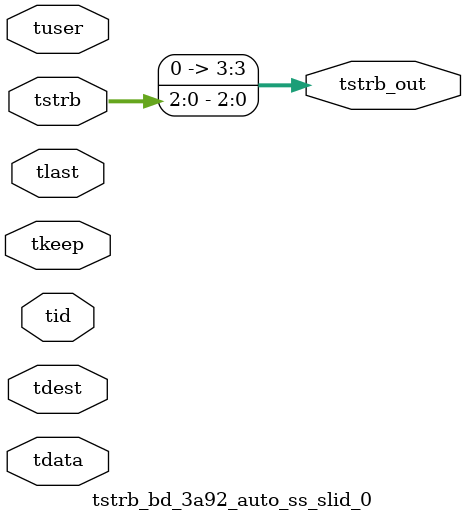
<source format=v>


`timescale 1ps/1ps

module tstrb_bd_3a92_auto_ss_slid_0 #
(
parameter C_S_AXIS_TDATA_WIDTH = 32,
parameter C_S_AXIS_TUSER_WIDTH = 0,
parameter C_S_AXIS_TID_WIDTH   = 0,
parameter C_S_AXIS_TDEST_WIDTH = 0,
parameter C_M_AXIS_TDATA_WIDTH = 32
)
(
input  [(C_S_AXIS_TDATA_WIDTH == 0 ? 1 : C_S_AXIS_TDATA_WIDTH)-1:0     ] tdata,
input  [(C_S_AXIS_TUSER_WIDTH == 0 ? 1 : C_S_AXIS_TUSER_WIDTH)-1:0     ] tuser,
input  [(C_S_AXIS_TID_WIDTH   == 0 ? 1 : C_S_AXIS_TID_WIDTH)-1:0       ] tid,
input  [(C_S_AXIS_TDEST_WIDTH == 0 ? 1 : C_S_AXIS_TDEST_WIDTH)-1:0     ] tdest,
input  [(C_S_AXIS_TDATA_WIDTH/8)-1:0 ] tkeep,
input  [(C_S_AXIS_TDATA_WIDTH/8)-1:0 ] tstrb,
input                                                                    tlast,
output [(C_M_AXIS_TDATA_WIDTH/8)-1:0 ] tstrb_out
);

assign tstrb_out = {tstrb[2:0]};

endmodule


</source>
